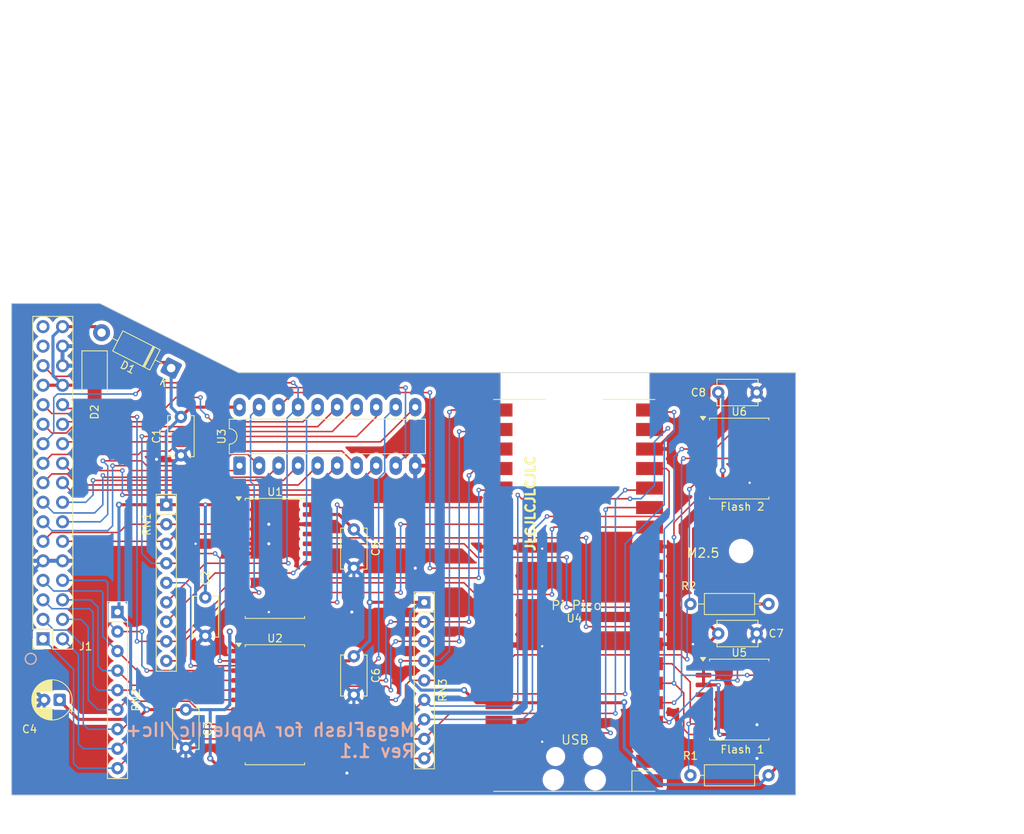
<source format=kicad_pcb>
(kicad_pcb (version 20241229) (generator "pcbnew") (generator_version "9.0")
  (layers (0 "F.Cu" signal) (2 "B.Cu" signal) (13 "F.Paste" user) (15 "B.Paste" user) (5 "F.SilkS" user "F.Silkscreen") (7 "B.SilkS" user "B.Silkscreen") (1 "F.Mask" user) (3 "B.Mask" user) (25 "Edge.Cuts" user))
  (net 0 "")
  (net 1 "GND")
  (net 3 "+5V")
  (net 4 "+3.3V")
  (net 5 "+5V_A")
  (net 7 "/D0#")
  (net 8 "/D6#")
  (net 9 "/A12#")
  (net 10 "/A7#")
  (net 11 "/A11#")
  (net 12 "/D3#")
  (net 13 "/A9#")
  (net 14 "/A5#")
  (net 16 "/A6#")
  (net 17 "/R{slash}~{W}#")
  (net 18 "/A10#")
  (net 19 "/D4#")
  (net 20 "/A0#")
  (net 21 "/~{RESET}#")
  (net 22 "/A13#")
  (net 23 "/A8#")
  (net 25 "/A14#")
  (net 26 "/D2#")
  (net 27 "/A1#")
  (net 28 "/A4#")
  (net 29 "/D1#")
  (net 30 "/PH0#")
  (net 31 "/D7#")
  (net 32 "/D5#")
  (net 33 "/A15#")
  (net 35 "/PH0")
  (net 36 "/~{BUF_OE}#")
  (net 37 "/~{DEVSEL}#")
  (net 38 "/D5")
  (net 39 "/~{RESET}")
  (net 40 "/BUF_DIR#")
  (net 42 "/D7")
  (net 43 "/R{slash}~{W}")
  (net 44 "/D3")
  (net 45 "/A0")
  (net 46 "/D1")
  (net 47 "/A1")
  (net 48 "/D4")
  (net 49 "/D0")
  (net 50 "/~{DEVSEL}")
  (net 51 "/D2")
  (net 52 "/D6")
  (net 53 "/PICOWR")
  (net 56 "/~{SPI0_CS1}")
  (net 57 "/~{SPI0_CS0}")
  (net 58 "/SPI0_RX")
  (net 59 "/SPI0_SCK")
  (net 60 "/SPI0_TX")
  (footprint "Resistor_THT:R_Array_SIP9" (layer "F.Cu") (at 81.28 90.17 -90)
    (property "Reference" "RN2")
    (property "Value" "100k")
  )
  (footprint "Resistor_THT:R_Array_SIP9" (layer "F.Cu") (at 121.19 88.9 -90)
    (property "Reference" "RN3")
    (property "Value" "100k")
  )
  (footprint "MCU_RaspberryPi_and_Boards:RPi_Pico_SMD_NO_LABEL_NO_DEBUG" (layer "F.Cu") (at 140.7 88 180)
    (property "Reference" "U4")
    (property "Value" "Pico")
  )
  (footprint "Capacitor_THT:C_Disc_D5.1mm_W3.2mm_P5.00mm" (layer "F.Cu") (at 92.71 88.265 -90)
    (property "Reference" "C2")
    (property "Value" "0.1u" (hide yes))
  )
  (footprint "Capacitor_THT:C_Disc_D5.1mm_W3.2mm_P5.00mm" (layer "F.Cu") (at 90.17 102.87 -90)
    (property "Reference" "C3")
    (property "Value" "0.1u" (hide yes))
  )
  (footprint "Package_SO:SOIC-24W_7.5x15.4mm_P1.27mm" (layer "F.Cu") (at 101.76 83.185)
    (property "Reference" "U1")
    (property "Value" "74LVC8T245")
  )
  (footprint "misc:PinHeader_2x17_P2.54mm_Vertical_Mirror" (layer "F.Cu") (at 71.6 93.66 180)
    (property "Reference" "J1")
    (property "Value" "EXPSLOT" (hide yes))
  )
  (footprint "Capacitor_THT:C_Disc_D5.1mm_W3.2mm_P5.00mm" (layer "F.Cu") (at 159.425 92.965)
    (property "Reference" "C7")
    (property "Value" "0.1u")
  )
  (footprint "Package_SO:SOIC-16W_7.5x10.3mm_P1.27mm" (layer "F.Cu") (at 162.16 101.555)
    (property "Reference" "U5")
    (property "Value" "W25Q01JVSF" (hide yes))
  )
  (footprint "Package_SO:SOIC-24W_7.5x15.4mm_P1.27mm" (layer "F.Cu") (at 101.76 102.235)
    (property "Reference" "U2")
    (property "Value" "74LVC8T245")
  )
  (footprint "Resistor_THT:R_Array_SIP9" (layer "F.Cu") (at 87.63 76.2 -90)
    (property "Reference" "RN1")
    (property "Value" "100k" (hide yes))
  )
  (footprint "Package_DIP:DIP-20_W7.62mm_LongPads" (layer "F.Cu") (at 97.155 71.12 90)
    (property "Reference" "U3")
    (property "Value" "GAL16V8")
  )
  (footprint "Package_SO:SOIC-16W_7.5x10.3mm_P1.27mm" (layer "F.Cu") (at 162.16 70.19)
    (property "Reference" "U6")
    (property "Value" "W25Q01JVSF" (hide yes))
  )
  (footprint "Capacitor_THT:C_Disc_D5.1mm_W3.2mm_P5.00mm" (layer "F.Cu") (at 159.425 61.595)
    (property "Reference" "C8")
    (property "Value" "0.1u" (hide yes))
  )
  (footprint "Resistor_THT:R_Axial_DIN0207_L6.3mm_D2.5mm_P10.16mm_Horizontal" (layer "F.Cu") (at 165.97 89.12 180)
    (property "Reference" "R2")
    (property "Value" "100k")
  )
  (footprint "Diode_THT:D_DO-41_SOD81_P10.16mm_Horizontal" (layer "F.Cu") (at 88.265 58.42 153)
    (property "Reference" "D1")
    (property "Value" "1N5817" (hide yes))
  )
  (footprint "Diode_SMD:D_SMA" (layer "F.Cu") (at 78.305 59.685 -90)
    (property "Reference" "D2")
    (property "Value" "SS12" (hide yes))
  )
  (footprint "Capacitor_THT:C_Disc_D5.1mm_W3.2mm_P5.00mm" (layer "F.Cu") (at 112.03 95.925 -90)
    (property "Reference" "C6")
    (property "Value" "0.1u" (hide yes))
  )
  (footprint "Capacitor_THT:C_Disc_D5.1mm_W3.2mm_P5.00mm" (layer "F.Cu") (at 112.03 79.415 -90)
    (property "Reference" "C5")
    (property "Value" "0.1u" (hide yes))
  )
  (footprint "Capacitor_THT:CP_Radial_D5.0mm_P2.00mm" (layer "F.Cu") (at 73.755 101.6 180)
    (property "Reference" "C4")
    (property "Value" "10uF" (hide yes))
  )
  (footprint "MountingHole:MountingHole_2.7mm_M2.5" (layer "F.Cu") (at 162.4 82.2325)
    (property "Reference" "H1" (hide yes))
    (property "Value" "MountingHole" (hide yes))
  )
  (footprint "Resistor_THT:R_Axial_DIN0207_L6.3mm_D2.5mm_P10.16mm_Horizontal" (layer "F.Cu") (at 165.97 111.415 180)
    (property "Reference" "R1")
    (property "Value" "100k")
  )
  (footprint "Capacitor_THT:C_Disc_D5.1mm_W3.2mm_P5.00mm" (layer "F.Cu") (at 89.535 64.77 -90)
    (property "Reference" "C1")
    (property "Value" "0.1u")
  )
  (gr_line (start 152.4 99.06) (end 152.4 79.375) (stroke (width 0.2)) (layer "B.Cu") (net 59))
  (gr_circle (center 70 96.25) (end 70.5 96.75) (stroke (width 0.15)) (fill no) (layer "F.SilkS"))
  (gr_circle (center 70 96.25) (end 70.707107 96.25) (stroke (width 0.15)) (fill no) (layer "B.SilkS"))
  (gr_line (start 67.5 114) (end 169.5 114) (stroke (width 0.1)) (layer "Edge.Cuts"))
  (gr_line (start 97 59) (end 79 50) (stroke (width 0.1)) (layer "Edge.Cuts"))
  (gr_line (start 67.5 50) (end 79 50) (stroke (width 0.1)) (layer "Edge.Cuts"))
  (gr_line (start 169.5 59) (end 97 59) (stroke (width 0.1)) (layer "Edge.Cuts"))
  (gr_line (start 67.5 50) (end 67.5 114) (stroke (width 0.1)) (layer "Edge.Cuts"))
  (gr_line (start 169.5 114) (end 169.5 59) (stroke (width 0.1)) (layer "Edge.Cuts"))
  (gr_text "Flash 1" (at 159.62 108.64 0) (layer "F.SilkS") (effects (font (size 1 1)) (justify left bottom)))
  (gr_text "Flash 2" (at 159.62 77.035 0) (layer "F.SilkS") (effects (font (size 1 1)) (justify left bottom)))
  (gr_text "USB" (at 138.9 107.5 0) (layer "F.SilkS") (effects (font (size 1.2 1.2)) (justify left bottom)))
  (gr_text "JLCJLCJLCJLC" (at 135.7 82.4 90) (layer "F.SilkS") (effects (font (size 1.2 1.2) (thickness 0.3) (bold yes)) (justify left bottom)))
  (gr_text "Pi Pico" (at 137.6 90 0) (layer "F.SilkS") (effects (font (size 1.2 1.2)) (justify left bottom)))
  (gr_text "M2.5" (at 155.24 83.185 0) (layer "F.SilkS") (effects (font (size 1.2 1.2) (thickness 0.1625)) (justify left bottom)))
  (gr_text "MegaFlash for Apple IIc/IIc+\nRev 1.1" (at 120.15 109.255 0) (layer "B.SilkS") (effects (font (size 1.7 1.7) (thickness 0.3) (bold yes)) (justify left bottom mirror)))
  (segment (start 109.22 109.22) (end 111.125 111.125) (width 0.4) (layer "F.Cu") (net 1))
  (segment (start 97.11 90.17) (end 100.965 90.17) (width 0.4) (layer "F.Cu") (net 1))
  (segment (start 158.225 60.85) (end 158.68 60.395) (width 0.4) (layer "F.Cu") (net 1))
  (segment (start 136.525 94.615) (end 132.375 94.615) (width 0.4) (layer "F.Cu") (net 1))
  (segment (start 88.82 70.485) (end 86.555 70.485) (width 0.4) (layer "F.Cu") (net 1))
  (segment (start 163.225 60.395) (end 164.425 61.595) (width 0.4) (layer "F.Cu") (net 1))
  (segment (start 151.35 68.95) (end 158.225 62.075) (width 0.4) (layer "F.Cu") (net 1))
  (segment (start 95.805 90.17) (end 92.71 93.265) (width 0.4) (layer "F.Cu") (net 1))
  (segment (start 123.825 111.125) (end 127.9 107.05) (width 0.4) (layer "F.Cu") (net 1))
  (segment (start 132.375 81.915) (end 132.11 81.65) (width 0.4) (layer "F.Cu") (net 1))
  (segment (start 120.015 71.12) (end 126.365 71.12) (width 0.4) (layer "F.Cu") (net 1))
  (segment (start 136.525 81.915) (end 149.625 81.915) (width 0.4) (layer "F.Cu") (net 1))
  (segment (start 156.152504 94.35) (end 156.152505 94.349999) (width 0.4) (layer "F.Cu") (net 1))
  (segment (start 166.81 104.83) (end 164.465 104.83) (width 0.4) (layer "F.Cu") (net 1))
  (segment (start 127.9 107.05) (end 136.525 107.05) (width 0.4) (layer "F.Cu") (net 1))
  (segment (start 158.68 60.395) (end 163.225 60.395) (width 0.4) (layer "F.Cu") (net 1))
  (segment (start 149.89 107.05) (end 136.525 107.05) (width 0.4) (layer "F.Cu") (net 1))
  (segment (start 100.965 90.17) (end 106.41 90.17) (width 0.4) (layer "F.Cu") (net 1))
  (segment (start 149.625 81.915) (end 149.89 81.65) (width 0.4) (layer "F.Cu") (net 1))
  (segment (start 149.59 68.95) (end 151.35 68.95) (width 0.4) (layer "F.Cu") (net 1))
  (segment (start 132.375 94.615) (end 132.11 94.35) (width 0.4) (layer "F.Cu") (net 1))
  (segment (start 92.71 93.345) (end 93.345 93.345) (width 0.4) (layer "F.Cu") (net 1))
  (segment (start 97.11 81.28) (end 97.11 82.55) (width 0.4) (layer "F.Cu") (net 1))
  (segment (start 154.94 109.22) (end 152.77 107.05) (width 0.4) (layer "F.Cu") (net 1))
  (segment (start 74.14 55.56) (end 74.14 58.1) (width 0.4) (layer "F.Cu") (net 1))
  (segment (start 120.015 84.455) (end 119.975 84.415) (width 0.4) (layer "F.Cu") (net 1))
  (segment (start 149.625 94.615) (end 149.89 94.35) (width 0.4) (layer "F.Cu") (net 1))
  (segment (start 86.555 70.485) (end 86.36 70.29) (width 0.4) (layer "F.Cu") (net 1))
  (segment (start 136.525 81.915) (end 132.375 81.915) (width 0.4) (layer "F.Cu") (net 1))
  (segment (start 158.225 62.075) (end 158.225 60.85) (width 0.4) (layer "F.Cu") (net 1))
  (segment (start 111.125 111.125) (end 123.825 111.125) (width 0.4) (layer "F.Cu") (net 1))
  (segment (start 97.11 88.9) (end 97.11 90.17) (width 0.4) (layer "F.Cu") (net 1))
  (segment (start 166.81 73.365) (end 163.535 73.365) (width 0.4) (layer "F.Cu") (net 1))
  (segment (start 163.535 73.365) (end 163.5125 73.3425) (width 0.4) (layer "F.Cu") (net 1))
  (segment (start 152.77 107.05) (end 149.59 107.05) (width 0.4) (layer "F.Cu") (net 1))
  (segment (start 97.11 109.22) (end 106.41 109.22) (width 0.4) (layer "F.Cu") (net 1))
  (segment (start 149.59 68.95) (end 149.697943 69.057943) (width 0.4) (layer "F.Cu") (net 1))
  (segment (start 97.11 90.17) (end 95.805 90.17) (width 0.4) (layer "F.Cu") (net 1))
  (segment (start 128.535 68.95) (end 131.81 68.95) (width 0.4) (layer "F.Cu") (net 1))
  (segment (start 97.03 107.87) (end 97.11 107.95) (width 0.4) (layer "F.Cu") (net 1))
  (segment (start 90.17 107.87) (end 97.03 107.87) (width 0.4) (layer "F.Cu") (net 1))
  (segment (start 126.365 71.12) (end 128.535 68.95) (width 0.4) (layer "F.Cu") (net 1))
  (segment (start 74.14 83.5) (end 71.6 83.5) (width 0.4) (layer "F.Cu") (net 1))
  (segment (start 100.965 78.74) (end 106.41 78.74) (width 0.4) (layer "F.Cu") (net 1))
  (segment (start 89.535 69.77) (end 88.82 70.485) (width 0.4) (layer "F.Cu") (net 1))
  (segment (start 149.59 94.35) (end 156.152504 94.35) (width 0.4) (layer "F.Cu") (net 1))
  (segment (start 100.965 81.28) (end 97.11 81.28) (width 0.4) (layer "F.Cu") (net 1))
  (segment (start 164.465 109.22) (end 154.94 109.22) (width 0.4) (layer "F.Cu") (net 1))
  (segment (start 136.525 94.615) (end 149.625 94.615) (width 0.4) (layer "F.Cu") (net 1))
  (segment (start 97.11 107.95) (end 97.11 109.22) (width 0.4) (layer "F.Cu") (net 1))
  (segment (start 106.41 90.17) (end 111.76 90.17) (width 0.4) (layer "F.Cu") (net 1))
  (segment (start 106.41 109.22) (end 109.22 109.22) (width 0.4) (layer "F.Cu") (net 1))
  (segment (start 97.11 81.28) (end 91.44 81.28) (width 0.4) (layer "F.Cu") (net 1))
  (segment (start 119.975 84.415) (end 112.03 84.415) (width 0.4) (layer "F.Cu") (net 1))
  (via (at 120.015 84.455) (size 0.8) (drill 0.4) (layers "F.Cu" "B.Cu") (net 1))
  (via (at 164.465 109.22) (size 0.8) (drill 0.4) (layers "F.Cu" "B.Cu") (net 1))
  (via (at 136.525 81.915) (size 0.6) (drill 0.3) (layers "F.Cu" "B.Cu") (net 1))
  (via (at 91.44 81.28) (size 0.6) (drill 0.3) (layers "F.Cu" "B.Cu") (net 1))
  (via (at 86.36 70.29) (size 0.8) (drill 0.4) (layers "F.Cu" "B.Cu") (net 1))
  (via (at 100.965 81.28) (size 0.8) (drill 0.4) (layers "F.Cu" "B.Cu") (net 1))
  (via (at 156.152505 94.349999) (size 0.6) (drill 0.3) (layers "F.Cu" "B.Cu") (net 1))
  (via (at 163.5125 73.3425) (size 0.6) (drill 0.3) (layers "F.Cu" "B.Cu") (net 1))
  (via (at 111.76 90.17) (size 0.8) (drill 0.4) (layers "F.Cu" "B.Cu") (net 1))
  (via (at 136.525 107.05) (size 0.6) (drill 0.3) (layers "F.Cu" "B.Cu") (net 1))
  (via (at 164.465 104.83) (size 0.8) (drill 0.4) (layers "F.Cu" "B.Cu") (net 1))
  (via (at 136.525 94.615) (size 0.6) (drill 0.3) (layers "F.Cu" "B.Cu") (net 1))
  (via (at 100.965 78.74) (size 0.8) (drill 0.4) (layers "F.Cu" "B.Cu") (net 1))
  (via (at 111.125 111.125) (size 0.8) (drill 0.4) (layers "F.Cu" "B.Cu") (net 1))
  (via (at 100.965 90.17) (size 0.6) (drill 0.3) (layers "F.Cu" "B.Cu") (net 1))
  (segment (start 136.525 94.615) (end 136.525 107.05) (width 0.4) (layer "B.Cu") (net 1))
  (segment (start 82.865 58.1) (end 86.36 61.595) (width 0.4) (layer "B.Cu") (net 1))
  (segment (start 90.17 111.125) (end 88.9 112.395) (width 0.4) (layer "B.Cu") (net 1))
  (segment (start 163.5125 73.361439) (end 161.283561 73.361439) (width 0.4) (layer "B.Cu") (net 1))
  (segment (start 136.525 94.615) (end 136.525 81.915) (width 0.4) (layer "B.Cu") (net 1))
  (segment (start 120.015 71.12) (end 120.015 84.455) (width 0.4) (layer "B.Cu") (net 1))
  (segment (start 164.465 104.83) (end 164.465 109.22) (width 0.4) (layer "B.Cu") (net 1))
  (segment (start 71.755 101.6) (end 71.755 111.125) (width 0.4) (layer "B.Cu") (net 1))
  (segment (start 163.5125 73.3425) (end 163.5125 73.361439) (width 0.4) (layer "B.Cu") (net 1))
  (segment (start 112.03 100.925) (end 109.855 98.75) (width 0.4) (layer "B.Cu") (net 1))
  (segment (start 157.01 77.635) (end 157.01 93.492504) (width 0.4) (layer "B.Cu") (net 1))
  (segment (start 70.485 101.6) (end 69.85 100.965) (width 0.4) (layer "B.Cu") (net 1))
  (segment (start 109.855 92.075) (end 111.76 90.17) (width 0.4) (layer "B.Cu") (net 1))
  (segment (start 69.85 85.25) (end 71.6 83.5) (width 0.4) (layer "B.Cu") (net 1))
  (segment (start 74.14 58.1) (end 82.865 58.1) (width 0.4) (layer "B.Cu") (net 1))
  (segment (start 112.03 84.415) (end 112.03 89.9) (width 0.4) (layer "B.Cu") (net 1))
  (segment (start 164.465 104.83) (end 164.425 104.79) (width 0.4) (layer "B.Cu") (net 1))
  (segment (start 90.09 69.77) (end 89.535 69.77) (width 0.4) (layer "B.Cu") (net 1))
  (segment (start 112.03 89.9) (end 111.76 90.17) (width 0.4) (layer "B.Cu") (net 1))
  (segment (start 71.755 101.6) (end 70.485 101.6) (width 0.4) (layer "B.Cu") (net 1))
  (segment (start 163.5125 62.5075) (end 164.425 61.595) (width 0.4) (layer "B.Cu") (net 1))
  (segment (start 163.5125 73.3425) (end 163.5125 62.5075) (width 0.4) (layer "B.Cu") (net 1))
  (segment (start 157.01 93.492504) (end 156.152505 94.349999) (width 0.4) (layer "B.Cu") (net 1))
  (segment (start 69.85 100.965) (end 69.85 85.25) (width 0.4) (layer "B.Cu") (net 1))
  (segment (start 91.44 92.075) (end 91.44 81.28) (width 0.4) (layer "B.Cu") (net 1))
  (segment (start 112.03 100.925) (end 112.03 110.22) (width 0.4) (layer "B.Cu") (net 1))
  (segment (start 73.025 112.395) (end 71.755 111.125) (width 0.4) (layer "B.Cu") (net 1))
  (segment (start 161.283561 73.361439) (end 157.01 77.635) (width 0.4) (layer "B.Cu") (net 1))
  (segment (start 90.17 107.87) (end 90.17 111.125) (width 0.4) (layer "B.Cu") (net 1))
  (segment (start 92.71 93.265) (end 91.52 92.075) (width 0.4) (layer "B.Cu") (net 1))
  (segment (start 88.9 112.395) (end 73.025 112.395) (width 0.4) (layer "B.Cu") (net 1))
  (segment (start 86.36 61.595) (end 86.36 70.29) (width 0.4) (layer "B.Cu") (net 1))
  (segment (start 100.965 90.17) (end 100.965 78.74) (width 0.4) (layer "B.Cu") (net 1))
  (segment (start 91.52 92.075) (end 91.44 92.075) (width 0.4) (layer "B.Cu") (net 1))
  (segment (start 91.44 71.12) (end 90.09 69.77) (width 0.4) (layer "B.Cu") (net 1))
  (segment (start 112.03 110.22) (end 111.125 111.125) (width 0.4) (layer "B.Cu") (net 1))
  (segment (start 164.425 104.79) (end 164.425 92.965) (width 0.4) (layer "B.Cu") (net 1))
  (segment (start 91.44 81.28) (end 91.44 71.12) (width 0.4) (layer "B.Cu") (net 1))
  (segment (start 109.855 98.75) (end 109.855 92.075) (width 0.4) (layer "B.Cu") (net 1))
  (segment (start 76.2 104.14) (end 83.82 104.14) (width 0.4) (layer "F.Cu") (net 3))
  (segment (start 87.63 76.2) (end 81.475 76.2) (width 0.4) (layer "F.Cu") (net 3))
  (segment (start 92.71 76.2) (end 97.11 76.2) (width 0.4) (layer "F.Cu") (net 3))
  (segment (start 87.53 57.685) (end 88.265 58.42) (width 0.4) (layer "F.Cu") (net 3))
  (segment (start 125.73 112.395) (end 96.52 112.395) (width 0.4) (layer "F.Cu") (net 3))
  (segment (start 95.885 94.025) (end 95.885 92.71) (width 0.4) (layer "F.Cu") (net 3))
  (segment (start 97.11 95.25) (end 95.885 94.025) (width 0.4) (layer "F.Cu") (net 3))
  (segment (start 83.82 104.14) (end 85.09 102.87) (width 0.4) (layer "F.Cu") (net 3))
  (segment (start 78.305 57.685) (end 87.53 57.685) (width 0.4) (layer "F.Cu") (net 3))
  (segment (start 73.755 101.6) (end 73.755 101.695) (width 0.4) (layer "F.Cu") (net 3))
  (segment (start 132.11 109.59) (end 128.535 109.59) (width 0.4) (layer "F.Cu") (net 3))
  (segment (start 73.755 101.695) (end 76.2 104.14) (width 0.4) (layer "F.Cu") (net 3))
  (segment (start 128.535 109.59) (end 125.73 112.395) (width 0.4) (layer "F.Cu") (net 3))
  (segment (start 97.11 76.2) (end 97.11 76.835) (width 0.4) (layer "F.Cu") (net 3))
  (segment (start 90.17 102.87) (end 85.09 102.87) (width 0.4) (layer "F.Cu") (net 3))
  (segment (start 96.52 112.395) (end 93.345 109.22) (width 0.4) (layer "F.Cu") (net 3))
  (segment (start 97.155 63.5) (end 90.805 63.5) (width 0.4) (layer "F.Cu") (net 3))
  (segment (start 90.805 63.5) (end 89.535 64.77) (width 0.4) (layer "F.Cu") (net 3))
  (segment (start 97.11 76.835) (end 97.11 77.47) (width 0.4) (layer "F.Cu") (net 3))
  (segment (start 87.63 76.2) (end 92.71 76.2) (width 0.4) (layer "F.Cu") (net 3))
  (via (at 81.475 76.2) (size 0.8) (drill 0.4) (layers "F.Cu" "B.Cu") (net 3))
  (via (at 92.71 76.2) (size 0.6) (drill 0.3) (layers "F.Cu" "B.Cu") (net 3))
  (via (at 93.345 109.22) (size 0.8) (drill 0.4) (layers "F.Cu" "B.Cu") (net 3))
  (via (at 85.09 102.87) (size 0.8) (drill 0.4) (layers "F.Cu" "B.Cu") (net 3))
  (via (at 95.885 92.71) (size 0.8) (drill 0.4) (layers "F.Cu" "B.Cu") (net 3))
  (segment (start 87.63 66.675) (end 87.63 76.2) (width 0.4) (layer "B.Cu") (net 3))
  (segment (start 88.265 63.5) (end 89.535 64.77) (width 0.4) (layer "B.Cu") (net 3))
  (segment (start 81.28 90.17) (end 82.99 91.88) (width 0.4) (layer "B.Cu") (net 3))
  (segment (start 93.345 102.87) (end 90.17 102.87) (width 0.4) (layer "B.Cu") (net 3))
  (segment (start 92.71 88.265) (end 92.71 76.2) (width 0.4) (layer "B.Cu") (net 3))
  (segment (start 93.345 102.87) (end 95.25 102.87) (width 0.4) (layer "B.Cu") (net 3))
  (segment (start 82.99 100.77) (end 85.09 102.87) (width 0.4) (layer "B.Cu") (net 3))
  (segment (start 93.345 102.87) (end 93.345 109.22) (width 0.4) (layer "B.Cu") (net 3))
  (segment (start 89.535 64.77) (end 87.63 66.675) (width 0.4) (layer "B.Cu") (net 3))
  (segment (start 81.28 90.17) (end 81.475 89.975) (width 0.4) (layer "B.Cu") (net 3))
  (segment (start 95.25 102.87) (end 95.885 102.235) (width 0.4) (layer "B.Cu") (net 3))
  (segment (start 88.265 58.42) (end 88.265 63.5) (width 0.4) (layer "B.Cu") (net 3))
  (segment (start 82.99 91.88) (end 82.99 100.77) (width 0.4) (layer "B.Cu") (net 3))
  (segment (start 81.475 89.975) (end 81.475 76.2) (width 0.4) (layer "B.Cu") (net 3))
  (segment (start 95.885 102.235) (end 95.885 92.71) (width 0.4) (layer "B.Cu") (net 3))
  (segment (start 166.81 106.1) (end 159.79 106.1) (width 0.4) (layer "F.Cu") (net 4))
  (segment (start 165.955908 89.105908) (end 165.97 89.12) (width 0.4) (layer "F.Cu") (net 4))
  (segment (start 159.425 92.965) (end 158.58 93.81) (width 0.4) (layer "F.Cu") (net 4))
  (segment (start 157.48 95.25) (end 157.48 97.34) (width 0.4) (layer "F.Cu") (net 4))
  (segment (start 165.97 89.12) (end 157.01151 89.12) (width 0.4) (layer "F.Cu") (net 4))
  (segment (start 106.41 96.52) (end 111.435 96.52) (width 0.4) (layer "F.Cu") (net 4))
  (segment (start 166.81 74.635) (end 160.052545 74.635) (width 0.4) (layer "F.Cu") (net 4))
  (segment (start 157.48 94.91) (end 157.48 95.25) (width 0.4) (layer "F.Cu") (net 4))
  (segment (start 106.41 77.47) (end 110.085 77.47) (width 0.4) (layer "F.Cu") (net 4))
  (segment (start 160.02 74.602455) (end 160.02 75.565) (width 0.4) (layer "F.Cu") (net 4))
  (segment (start 110.085 77.47) (end 112.03 79.415) (width 0.4) (layer "F.Cu") (net 4))
  (segment (start 157.51 65.375) (end 159.425 63.46) (width 0.4) (layer "F.Cu") (net 4))
  (segment (start 157.51 98.48) (end 157.51 99.75) (width 0.4) (layer "F.Cu") (net 4))
  (segment (start 121.19 88.9) (end 114.105 88.9) (width 0.4) (layer "F.Cu") (net 4))
  (segment (start 156.21 86.87638) (end 157.01 87.67638) (width 0.4) (layer "F.Cu") (net 4))
  (segment (start 106.41 95.25) (end 107.315 95.25) (width 0.4) (layer "F.Cu") (net 4))
  (segment (start 128.005001 101.970001) (end 147.134364 101.970001) (width 0.4) (layer "F.Cu") (net 4))
  (segment (start 159.425 63.46) (end 159.425 61.595) (width 0.4) (layer "F.Cu") (net 4))
  (segment (start 158.58 93.81) (end 157.48 94.91) (width 0.4) (layer "F.Cu") (net 4))
  (segment (start 157.01151 89.12) (end 157.01 89.12151) (width 0.4) (layer "F.Cu") (net 4))
  (segment (start 166.81 110.575) (end 166.81 106.1) (width 0.4) (layer "F.Cu") (net 4))
  (segment (start 157.51 99.65) (end 159.415 99.65) (width 0.4) (layer "F.Cu") (net 4))
  (segment (start 157.48 97.34) (end 157.51 97.37) (width 0.4) (layer "F.Cu") (net 4))
  (segment (start 157.51 67.015) (end 157.51 68.285) (width 0.4) (layer "F.Cu") (net 4))
  (segment (start 106.41 76.2) (end 106.41 77.47) (width 0.4) (layer "F.Cu") (net 4))
  (segment (start 160.052545 74.635) (end 160.02 74.602455) (width 0.4) (layer "F.Cu") (net 4))
  (segment (start 160.02 75.565) (end 156.21 79.375) (width 0.4) (layer "F.Cu") (net 4))
  (segment (start 165.97 110.81) (end 165.97 110.915) (width 0.4) (layer "F.Cu") (net 4))
  (segment (start 160.02 71.755) (end 160.02 74.602455) (width 0.4) (layer "F.Cu") (net 4))
  (segment (start 106.41 95.25) (end 106.41 96.52) (width 0.4) (layer "F.Cu") (net 4))
  (segment (start 111.435 96.52) (end 112.03 95.925) (width 0.4) (layer "F.Cu") (net 4))
  (segment (start 157.01 89.12151) (end 157.01 90.55) (width 0.4) (layer "F.Cu") (net 4))
  (segment (start 147.134364 101.970001) (end 147.189024 101.915341) (width 0.4) (layer "F.Cu") (net 4))
  (segment (start 157.51 97.37) (end 157.51 98.61) (width 0.4) (layer "F.Cu") (net 4))
  (segment (start 159.415 99.65) (end 159.46 99.695) (width 0.4) (layer "F.Cu") (net 4))
  (segment (start 159.79 106.1) (end 159.66 106.23) (width 0.4) (layer "F.Cu") (net 4))
  (segment (start 157.01 87.67638) (end 157.01 89.12151) (width 0.4) (layer "F.Cu") (net 4))
  (segment (start 126.365 100.33) (end 128.005001 101.970001) (width 0.4) (layer "F.Cu") (net 4))
  (segment (start 165.97 111.415) (end 166.81 110.575) (width 0.4) (layer "F.Cu") (net 4))
  (segment (start 156.21 79.375) (end 156.21 86.87638) (width 0.4) (layer "F.Cu") (net 4))
  (segment (start 157.51 65.745) (end 157.51 67.015) (width 0.4) (layer "F.Cu") (net 4))
  (segment (start 157.01 90.55) (end 159.425 92.965) (width 0.4) (layer "F.Cu") (net 4))
  (segment (start 157.51 65.745) (end 157.51 65.375) (width 0.4) (layer "F.Cu") (net 4))
  (via (at 159.66 106.13) (size 0.6) (drill 0.3) (layers "F.Cu" "B.Cu") (net 4))
  (via (at 160.02 71.755) (size 0.8) (drill 0.4) (layers "F.Cu" "B.Cu") (net 4))
  (via (at 147.189024 101.915341) (size 0.8) (drill 0.4) (layers "F.Cu" "B.Cu") (net 4))
  (via (at 159.46 99.695) (size 0.6) (drill 0.3) (layers "F.Cu" "B.Cu") (net 4))
  (via (at 126.365 100.33) (size 0.8) (drill 0.4) (layers "F.Cu" "B.Cu") (net 4))
  (via (at 114.105 88.9) (size 0.8) (drill 0.4) (layers "F.Cu" "B.Cu") (net 4))
  (segment (start 164.77 112.615) (end 151.985 112.615) (width 0.4) (layer "B.Cu") (net 4))
  (segment (start 121.19 88.9) (end 120.65 88.9) (width 0.4) (layer "B.Cu") (net 4))
  (segment (start 151.985 112.615) (end 147.189024 107.819024) (width 0.4) (layer "B.Cu") (net 4))
  (segment (start 112.03 79.415) (end 114.105 81.49) (width 0.4) (layer "B.Cu") (net 4))
  (segment (start 159.46 106.03) (end 159.46 99.96) (width 0.4) (layer "B.Cu") (net 4))
  (segment (start 165.97 111.415) (end 164.77 112.615) (width 0.4) (layer "B.Cu") (net 4))
  (segment (start 147.189024 107.819024) (end 147.189024 101.915341) (width 0.4) (layer "B.Cu") (net 4))
  (segment (start 114.105 93.85) (end 114.105 88.9) (width 0.4) (layer "B.Cu") (net 4))
  (segment (start 160.02 62.19) (end 159.425 61.595) (width 0.4) (layer "B.Cu") (net 4))
  (segment (start 114.105 81.49) (end 114.105 88.9) (width 0.4) (layer "B.Cu") (net 4))
  (segment (start 159.66 106.23) (end 159.46 106.03) (width 0.4) (layer "B.Cu") (net 4))
  (segment (start 119.38 90.17) (end 119.38 98.947057) (width 0.4) (layer "B.Cu") (net 4))
  (segment (start 120.762943 100.33) (end 126.365 100.33) (width 0.4) (layer "B.Cu") (net 4))
  (segment (start 160.02 71.755) (end 160.02 62.19) (width 0.4) (layer "B.Cu") (net 4))
  (segment (start 119.38 98.947057) (end 120.762943 100.33) (width 0.4) (layer "B.Cu") (net 4))
  (segment (start 120.65 88.9) (end 119.38 90.17) (width 0.4) (layer "B.Cu") (net 4))
  (segment (start 112.03 95.925) (end 114.105 93.85) (width 0.4) (layer "B.Cu") (net 4))
  (segment (start 77.26 60.64) (end 78.305 61.685) (width 0.4) (layer "F.Cu") (net 5))
  (segment (start 74.14 53.02) (end 78.424918 53.02) (width 0.4) (layer "F.Cu") (net 5))
  (segment (start 74.14 60.64) (end 77.26 60.64) (width 0.4) (layer "F.Cu") (net 5))
  (segment (start 78.424918 53.02) (end 79.212374 53.807456) (width 0.4) (layer "F.Cu") (net 5))
  (segment (start 71.6 60.64) (end 74.14 60.64) (width 0.4) (layer "F.Cu") (net 5))
  (segment (start 74.14 53.02) (end 72.89 54.27) (width 0.4) (layer "B.Cu") (net 5))
  (segment (start 72.89 59.39) (end 74.14 60.64) (width 0.4) (layer "B.Cu") (net 5))
  (segment (start 72.89 54.27) (end 72.89 59.39) (width 0.4) (layer "B.Cu") (net 5))
  (segment (start 81.28 110.49) (end 85.09 106.68) (width 0.2) (layer "F.Cu") (net 7))
  (segment (start 85.09 106.68) (end 97.11 106.68) (width 0.2) (layer "F.Cu") (net 7))
  (segment (start 81.28 110.49) (end 76.2 110.49) (width 0.2) (layer "B.Cu") (net 7))
  (segment (start 71.6 93.66) (end 75.565 97.625) (width 0.2) (layer "B.Cu") (net 7))
  (segment (start 75.565 109.855034) (end 76.199983 110.490017) (width 0.2) (layer "B.Cu") (net 7))
  (segment (start 75.565 97.625) (end 75.565 109.855034) (width 0.2) (layer "B.Cu") (net 7))
  (segment (start 76.2 110.49) (end 76.199983 110.490017) (width 0.2) (layer "B.Cu") (net 7))
  (segment (start 85.09 99.06) (end 81.28 95.25) (width 0.2) (layer "F.Cu") (net 8))
  (segment (start 97.11 99.06) (end 85.09 99.06) (width 0.2) (layer "F.Cu") (net 8))
  (segment (start 71.6 86.04) (end 72.99 87.43) (width 0.2) (layer "B.Cu") (net 8))
  (segment (start 81.28 95.25) (end 79.375 93.345) (width 0.2) (layer "B.Cu") (net 8))
  (segment (start 72.99 87.43) (end 79.175 87.43) (width 0.2) (layer "B.Cu") (net 8))
  (segment (start 79.375 87.63) (end 79.375 93.345) (width 0.2) (layer "B.Cu") (net 8))
  (segment (start 79.175 87.43) (end 79.375 87.63) (width 0.2) (layer "B.Cu") (net 8))
  (segment (start 118.745 60.96) (end 84.455 60.96) (width 0.2) (layer "F.Cu") (net 9))
  (segment (start 84.455 60.96) (end 83.624999 61.790001) (width 0.2) (layer "F.Cu") (net 9))
  (via (at 118.745 60.96) (size 0.6) (drill 0.3) (layers "F.Cu" "B.Cu") (net 9))
  (via (at 83.624999 61.790001) (size 0.6) (drill 0.3) (layers "F.Cu" "B.Cu") (net 9))
  (segment (start 117.475 71.12) (end 118.745 69.85) (width 0.2) (layer "B.Cu") (net 9))
  (segment (start 72.99 66.87) (end 72.99 62.265) (width 0.2) (layer "B.Cu") (net 9))
  (segment (start 71.6 68.26) (end 72.99 66.87) (width 0.2) (layer "B.Cu") (net 9))
  (segment (start 73.464995 61.790005) (end 83.624995 61.790005) (width 0.2) (layer "B.Cu") (net 9))
  (segment (start 118.745 69.85) (end 118.745 60.96) (width 0.2) (layer "B.Cu") (net 9))
  (segment (start 72.99 62.265) (end 73.464995 61.790005) (width 0.2) (layer "B.Cu") (net 9))
  (segment (start 104.775 71.12) (end 102.87 73.025) (width 0.2) (layer "F.Cu") (net 10))
  (segment (start 102.87 73.025) (end 78.105 73.025) (width 0.2) (layer "F.Cu") (net 10))
  (via (at 78.105 73.025) (size 0.6) (drill 0.3) (layers "F.Cu" "B.Cu") (net 10))
  (segment (start 78.105 73.025) (end 78.105 74.93) (width 0.2) (layer "B.Cu") (net 10))
  (segment (start 77.155 75.88) (end 74.14 75.88) (width 0.2) (layer "B.Cu") (net 10))
  (segment (start 78.105 74.93) (end 77.155 75.88) (width 0.2) (layer "B.Cu") (net 10))
  (segment (start 75.095 71.755) (end 74.14 70.8) (width 0.2) (layer "F.Cu") (net 11))
  (segment (start 111.125 74.93) (end 81.915 74.93) (width 0.2) (layer "F.Cu") (net 11))
  (segment (start 114.935 71.12) (end 111.125 74.93) (width 0.2) (layer "F.Cu") (net 11))
  (segment (start 81.915 71.755) (end 75.095 71.755) (width 0.2) (layer "F.Cu") (net 11))
  (via (at 81.915 71.755) (size 0.6) (drill 0.3) (layers "F.Cu" "B.Cu") (net 11))
  (via (at 81.915 74.93) (size 0.6) (drill 0.3) (layers "F.Cu" "B.Cu") (net 11))
  (segment (start 81.915 74.93) (end 81.915 71.755) (width 0.2) (layer "B.Cu") (net 11))
  (segment (start 90.625635 101.77) (end 82.38 101.77) (width 0.2) (layer "F.Cu") (net 12))
  (segment (start 97.11 102.87) (end 91.725635 102.87) (width 0.2) (layer "F.Cu") (net 12))
  (segment (start 91.725635 102.87) (end 90.625635 101.77) (width 0.2) (layer "F.Cu") (net 12))
  (segment (start 82.38 101.77) (end 81.28 102.87) (width 0.2) (layer "F.Cu") (net 12))
  (segment (start 77.47 92.075) (end 77.47 101.6) (width 0.2) (layer "B.Cu") (net 12))
  (segment (start 78.74 102.87) (end 81.28 102.87) (width 0.2) (layer "B.Cu") (net 12))
  (segment (start 76.515 91.12) (end 77.47 92.075) (width 0.2) (layer "B.Cu") (net 12))
  (segment (start 77.47 101.6) (end 78.74 102.87) (width 0.2) (layer "B.Cu") (net 12))
  (segment (start 74.14 91.12) (end 76.515 91.12) (width 0.2) (layer "B.Cu") (net 12))
  (segment (start 109.855 71.12) (end 106.68 74.295) (width 0.2) (layer "F.Cu") (net 13))
  (segment (start 75.095 74.295) (end 74.14 73.34) (width 0.2) (layer "F.Cu") (net 13))
  (segment (start 106.68 74.295) (end 75.095 74.295) (width 0.2) (layer "F.Cu") (net 13))
  (segment (start 94.615 71.12) (end 85.09 71.12) (width 0.2) (layer "F.Cu") (net 14))
  (segment (start 85.09 71.12) (end 84.455 70.485) (width 0.2) (layer "F.Cu") (net 14))
  (segment (start 99.695 71.12) (end 98.195 69.62) (width 0.2) (layer "F.Cu") (net 14))
  (segment (start 96.115 69.62) (end 94.615 71.12) (width 0.2) (layer "F.Cu") (net 14))
  (segment (start 99.695 71.12) (end 99.695 70.52) (width 0.2) (layer "F.Cu") (net 14))
  (segment (start 84.455 70.485) (end 79.375 70.485) (width 0.2) (layer "F.Cu") (net 14))
  (segment (start 98.195 69.62) (end 96.115 69.62) (width 0.2) (layer "F.Cu") (net 14))
  (via (at 79.375 70.485) (size 0.6) (drill 0.3) (layers "F.Cu" "B.Cu") (net 14))
  (segment (start 80.01 71.12) (end 80.01 77.47) (width 0.2) (layer "B.Cu") (net 14))
  (segment (start 79.06 78.42) (end 80.01 77.47) (width 0.2) (layer "B.Cu") (net 14))
  (segment (start 74.14 78.42) (end 79.06 78.42) (width 0.2) (layer "B.Cu") (net 14))
  (segment (start 79.375 70.485) (end 80.01 71.12) (width 0.2) (layer "B.Cu") (net 14))
  (segment (start 102.235 71.12) (end 100.735 72.62) (width 0.2) (layer "F.Cu") (net 16))
  (segment (start 100.735 72.62) (end 79.605 72.62) (width 0.2) (layer "F.Cu") (net 16))
  (segment (start 79.605 72.62) (end 79.375 72.39) (width 0.2) (layer "F.Cu") (net 16))
  (via (at 79.375 72.39) (size 0.6) (drill 0.3) (layers "F.Cu" "B.Cu") (net 16))
  (segment (start 72.99 77.27) (end 71.6 75.88) (width 0.2) (layer "B.Cu") (net 16))
  (segment (start 78.305 77.27) (end 72.99 77.27) (width 0.2) (layer "B.Cu") (net 16))
  (segment (start 79.375 76.2) (end 78.305 77.27) (width 0.2) (layer "B.Cu") (net 16))
  (segment (start 79.375 72.39) (end 79.375 76.2) (width 0.2) (layer "B.Cu") (net 16))
  (segment (start 97.11 85.09) (end 93.98 85.09) (width 0.2) (layer "F.Cu") (net 17))
  (segment (start 74.622 63.662) (end 87.468 63.662) (width 0.2) (layer "F.Cu") (net 17))
  (segment (start 93.67 65.405) (end 92.94 64.675) (width 0.2) (layer "F.Cu") (net 17))
  (segment (start 93.98 85.09) (end 87.63 91.44) (width 0.2) (layer "F.Cu") (net 17))
  (segment (start 74.14 63.18) (end 74.622 63.662) (width 0.2) (layer "F.Cu") (net 17))
  (segment (start 74.455 62.865) (end 74.14 63.18) (width 0.2) (layer "F.Cu") (net 17))
  (segment (start 87.468 63.662) (end 88.9 62.23) (width 0.2) (layer "F.Cu") (net 17))
  (segment (start 88.9 62.23) (end 92.075 62.23) (width 0.2) (layer "F.Cu") (net 17))
  (segment (start 97.11 85.09) (end 104.14 85.09) (width 0.2) (layer "F.Cu") (net 17))
  (segment (start 105.41 65.405) (end 93.67 65.405) (width 0.2) (layer "F.Cu") (net 17))
  (segment (start 107.315 63.5) (end 105.41 65.405) (width 0.2) (layer "F.Cu") (net 17))
  (via (at 92.075 62.23) (size 0.6) (drill 0.3) (layers "F.Cu" "B.Cu") (net 17))
  (via (at 104.14 85.09) (size 0.6) (drill 0.3) (layers "F.Cu" "B.Cu") (net 17))
  (via (at 92.94 64.675) (size 0.6) (drill 0.3) (layers "F.Cu" "B.Cu") (net 17))
  (segment (start 105.875 64.94) (end 105.875 83.355) (width 0.2) (layer "B.Cu") (net 17))
  (segment (start 105.875 83.355) (end 104.14 85.09) (width 0.2) (layer "B.Cu") (net 17))
  (segment (start 107.315 63.5) (end 105.875 64.94) (width 0.2) (layer "B.Cu") (net 17))
  (segment (start 92.075 62.23) (end 92.075 63.81) (width 0.2) (layer "B.Cu") (net 17))
  (segment (start 92.075 63.81) (end 92.94 64.675) (width 0.2) (layer "B.Cu") (net 17))
  (segment (start 110.49 69.215) (end 90.998083 69.215) (width 0.2) (layer "F.Cu") (net 18))
  (segment (start 84.02 69.65) (end 72.75 69.65) (width 0.2) (layer "F.Cu") (net 18))
  (segment (start 88.071917 69.215) (end 84.455 69.215) (width 0.2) (layer "F.Cu") (net 18))
  (segment (start 90.363083 68.58) (end 88.706917 68.58) (width 0.2) (layer "F.Cu") (net 18))
  (segment (start 90.998083 69.215) (end 90.363083 68.58) (width 0.2) (layer "F.Cu") (net 18))
  (segment (start 84.455 69.215) (end 84.02 69.65) (width 0.2) (layer "F.Cu") (net 18))
  (segment (start 112.395 71.12) (end 110.49 69.215) (width 0.2) (layer "F.Cu") (net 18))
  (segment (start 72.75 69.65) (end 71.6 70.8) (width 0.2) (layer "F.Cu") (net 18))
  (segment (start 88.706917 68.58) (end 88.071917 69.215) (width 0.2) (layer "F.Cu") (net 18))
  (segment (start 97.11 101.6) (end 91.496542 101.6) (width 0.2) (layer "F.Cu") (net 19))
  (segment (start 91.496542 101.6) (end 90.226542 100.33) (width 0.2) (layer "F.Cu") (net 19))
  (segment (start 90.226542 100.33) (end 81.28 100.33) (width 0.2) (layer "F.Cu") (net 19))
  (segment (start 78.105 99.695) (end 78.74 100.33) (width 0.2) (layer "B.Cu") (net 19))
  (segment (start 78.105 90.17) (end 78.105 99.695) (width 0.2) (layer "B.Cu") (net 19))
  (segment (start 71.6 88.58) (end 72.75 89.73) (width 0.2) (layer "B.Cu") (net 19))
  (segment (start 81.28 100.33) (end 78.74 100.33) (width 0.2) (layer "B.Cu") (net 19))
  (segment (start 77.665 89.73) (end 78.105 90.17) (width 0.2) (layer "B.Cu") (net 19))
  (segment (start 72.75 89.73) (end 77.665 89.73) (width 0.2) (layer "B.Cu") (net 19))
  (segment (start 71.6 80.96) (end 72.75 79.81) (width 0.2) (layer "F.Cu") (net 20))
  (segment (start 81.48 79.81) (end 82.55 78.74) (width 0.2) (layer "F.Cu") (net 20))
  (segment (start 82.55 78.74) (end 87.63 78.74) (width 0.2) (layer "F.Cu") (net 20))
  (segment (start 72.75 79.81) (end 81.48 79.81) (width 0.2) (layer "F.Cu") (net 20))
  (segment (start 97.11 78.74) (end 87.63 78.74) (width 0.2) (layer "F.Cu") (net 20))
  (segment (start 76.2 64.33) (end 76.64 64.77) (width 0.2) (layer "F.Cu") (net 21))
  (segment (start 97.11 86.36) (end 95.885 86.36) (width 0.2) (layer "F.Cu") (net 21))
  (segment (start 83.82 64.77) (end 76.64 64.77) (width 0.2) (layer "F.Cu") (net 21))
  (segment (start 94.615 87.63) (end 94.615 88.459448) (width 0.2) (layer "F.Cu") (net 21))
  (segment (start 72.75 64.33) (end 76.2 64.33) (width 0.2) (layer "F.Cu") (net 21))
  (segment (start 71.6 63.18) (end 72.75 64.33) (width 0.2) (layer "F.Cu") (net 21))
  (segment (start 89.094448 93.98) (end 87.63 93.98) (width 0.2) (layer "F.Cu") (net 21))
  (segment (start 87.63 93.98) (end 83.82 93.98) (width 0.2) (layer "F.Cu") (net 21))
  (segment (start 95.885 86.36) (end 94.615 87.63) (width 0.2) (layer "F.Cu") (net 21))
  (segment (start 94.615 88.459448) (end 89.094448 93.98) (width 0.2) (layer "F.Cu") (net 21))
  (via (at 83.82 64.77) (size 0.6) (drill 0.3) (layers "F.Cu" "B.Cu") (net 21))
  (via (at 83.82 93.98) (size 0.6) (drill 0.3) (layers "F.Cu" "B.Cu") (net 21))
  (segment (start 83.82 93.98) (end 83.82 64.77) (width 0.2) (layer "B.Cu") (net 21))
  (segment (start 74.384 68.016) (end 74.14 68.26) (width 0.2) (layer "F.Cu") (net 22))
  (segment (start 120.015 63.5) (end 115.499 68.016) (width 0.2) (layer "F.Cu") (net 22))
  (segment (start 115.499 68.016) (end 74.384 68.016) (width 0.2) (layer "F.Cu") (net 22))
  (segment (start 104.81 73.625) (end 76.165 73.625) (width 0.2) (layer "F.Cu") (net 23))
  (segment (start 76.165 73.625) (end 74.73 72.19) (width 0.2) (layer "F.Cu") (net 23))
  (segment (start 72.75 72.19) (end 71.6 73.34) (width 0.2) (layer "F.Cu") (net 23))
  (segment (start 74.73 72.19) (end 72.75 72.19) (width 0.2) (layer "F.Cu") (net 23))
  (segment (start 107.315 71.12) (end 104.81 73.625) (width 0.2) (layer "F.Cu") (net 23))
  (segment (start 112.395 63.5) (end 109.22 66.675) (width 0.2) (layer "F.Cu") (net 25))
  (segment (start 109.22 66.675) (end 85.09 66.675) (width 0.2) (layer "F.Cu") (net 25))
  (segment (start 85.09 66.675) (end 84.455 66.04) (width 0.2) (layer "F.Cu") (net 25))
  (segment (start 74.616346 66.87) (end 72.75 66.87) (width 0.2) (layer "F.Cu") (net 25))
  (segment (start 75.446346 66.04) (end 74.616346 66.87) (width 0.2) (layer "F.Cu") (net 25))
  (segment (start 72.75 66.87) (end 71.6 65.72) (width 0.2) (layer "F.Cu") (net 25))
  (segment (start 84.455 66.04) (end 75.446346 66.04) (width 0.2) (layer "F.Cu") (net 25))
  (segment (start 81.28 105.41) (end 81.915 105.41) (width 0.2) (layer "F.Cu") (net 26))
  (segment (start 95.25 104.14) (end 97.11 104.14) (width 0.2) (layer "F.Cu") (net 26))
  (segment (start 81.915 105.41) (end 82.55 104.775) (width 0.2) (layer "F.Cu") (net 26))
  (segment (start 94.615 104.775) (end 95.25 104.14) (width 0.2) (layer "F.Cu") (net 26))
  (segment (start 82.55 104.775) (end 94.615 104.775) (width 0.2) (layer "F.Cu") (net 26))
  (segment (start 74.73 92.51) (end 76.835 94.615) (width 0.2) (layer "B.Cu") (net 26))
  (segment (start 72.99 92.51) (end 74.73 92.51) (width 0.2) (layer "B.Cu") (net 26))
  (segment (start 76.835 94.615) (end 76.835 104.775) (width 0.2) (layer "B.Cu") (net 26))
  (segment (start 76.835 104.775) (end 77.47 105.41) (width 0.2) (layer "B.Cu") (net 26))
  (segment (start 71.6 91.12) (end 72.99 92.51) (width 0.2) (layer "B.Cu") (net 26))
  (segment (start 77.47 105.41) (end 81.28 105.41) (width 0.2) (layer "B.Cu") (net 26))
  (segment (start 88.9 80.01) (end 87.63 81.28) (width 0.2) (layer "F.Cu") (net 27))
  (segment (start 74.14 80.96) (end 87.31 80.96) (width 0.2) (layer "F.Cu") (net 27))
  (segment (start 87.31 80.96) (end 87.63 81.28) (width 0.2) (layer "F.Cu") (net 27))
  (segment (start 97.11 80.01) (end 88.9 80.01) (width 0.2) (layer "F.Cu") (net 27))
  (segment (start 96.52 71.755) (end 83.185 71.755) (width 0.2) (layer "F.Cu") (net 28))
  (segment (start 83.185 71.755) (end 82.55 71.12) (width 0.2) (layer "F.Cu") (net 28))
  (segment (start 82.55 71.12) (end 80.645 71.12) (width 0.2) (layer "F.Cu") (net 28))
  (segment (start 97.155 71.12) (end 96.52 71.755) (width 0.2) (layer "F.Cu") (net 28))
  (via (at 80.645 71.12) (size 0.6) (drill 0.3) (layers "F.Cu" "B.Cu") (net 28))
  (segment (start 80.010008 79.57) (end 80.107504 79.472504) (width 0.2) (layer "B.Cu") (net 28))
  (segment (start 80.645 71.12) (end 80.645 78.935008) (width 0.2) (layer "B.Cu") (net 28))
  (segment (start 80.645 78.935008) (end 80.107504 79.472504) (width 0.2) (layer "B.Cu") (net 28))
  (segment (start 72.75 79.57) (end 80.010008 79.57) (width 0.2) (layer "B.Cu") (net 28))
  (segment (start 80.107504 79.472504) (end 80.01 79.570008) (width 0.2) (layer "B.Cu") (net 28))
  (segment (start 71.6 78.42) (end 72.75 79.57) (width 0.2) (layer "B.Cu") (net 28))
  (segment (start 83.82 105.41) (end 81.28 107.95) (width 0.2) (layer "F.Cu") (net 29))
  (segment (start 97.11 105.41) (end 83.82 105.41) (width 0.2) (layer "F.Cu") (net 29))
  (segment (start 81.28 107.95) (end 76.835 107.95) (width 0.2) (layer "B.Cu") (net 29))
  (segment (start 76.835 107.95) (end 76.2 107.315) (width 0.2) (layer "B.Cu") (net 29))
  (segment (start 76.2 107.315) (end 76.2 95.72) (width 0.2) (layer "B.Cu") (net 29))
  (segment (start 76.2 95.72) (end 74.14 93.66) (width 0.2) (layer "B.Cu") (net 29))
  (segment (start 92.71 83.82) (end 87.63 88.9) (width 0.2) (layer "F.Cu") (net 30))
  (segment (start 103.505 83.82) (end 97.11 83.82) (width 0.2) (layer "F.Cu") (net 30))
  (segment (start 104.14 60.325) (end 83.185 60.325) (width 0.2) (layer "F.Cu") (net 30))
  (segment (start 72.99 59.49) (end 71.6 58.1) (width 0.2) (layer "F.Cu") (net 30))
  (segment (start 83.185 60.325) (end 82.35 59.49) (width 0.2) (layer "F.Cu") (net 30))
  (segment (start 82.35 59.49) (end 72.99 59.49) (width 0.2) (layer "F.Cu") (net 30))
  (segment (start 97.11 83.82) (end 92.71 83.82) (width 0.2) (layer "F.Cu") (net 30))
  (via (at 103.505 83.82) (size 0.6) (drill 0.3) (layers "F.Cu" "B.Cu") (net 30))
  (via (at 104.14 60.325) (size 0.6) (drill 0.3) (layers "F.Cu" "B.Cu") (net 30))
  (segment (start 104.14 60.325) (end 104.775 60.96) (width 0.2) (layer "B.Cu") (net 30))
  (segment (start 104.775 60.96) (end 104.775 63.5) (width 0.2) (layer "B.Cu") (net 30))
  (segment (start 103.335 83.65) (end 103.505 83.82) (width 0.2) (layer "B.Cu") (net 30))
  (segment (start 103.335 64.94) (end 103.335 83.65) (width 0.2) (layer "B.Cu") (net 30))
  (segment (start 104.775 63.5) (end 103.335 64.94) (width 0.2) (layer "B.Cu") (net 30))
  (segment (start 81.28 92.71) (end 84.455 92.71) (width 0.2) (layer "F.Cu") (net 31))
  (segment (start 97.11 97.79) (end 85.09 97.79) (width 0.2) (layer "F.Cu") (net 31))
  (via (at 84.455 92.71) (size 0.6) (drill 0.3) (layers "F.Cu" "B.Cu") (net 31))
  (via (at 85.09 97.79) (size 0.6) (drill 0.3) (layers "F.Cu" "B.Cu") (net 31))
  (segment (start 84.455 92.71) (end 84.455 97.155) (width 0.2) (layer "B.Cu") (net 31))
  (segment (start 74.14 86.04) (end 79.69 86.04) (width 0.2) (layer "B.Cu") (net 31))
  (segment (start 84.455 97.155) (end 85.09 97.79) (width 0.2) (layer "B.Cu") (net 31))
  (segment (start 80.01 91.44) (end 81.28 92.71) (width 0.2) (layer "B.Cu") (net 31))
  (segment (start 79.69 86.04) (end 80.01 86.36) (width 0.2) (layer "B.Cu") (net 31))
  (segment (start 80.01 86.36) (end 80.01 91.44) (width 0.2) (layer "B.Cu") (net 31))
  (segment (start 92.075 100.33) (end 91.44 99.695) (width 0.2) (layer "F.Cu") (net 32))
  (segment (start 83.185 99.695) (end 81.28 97.79) (width 0.2) (layer "F.Cu") (net 32))
  (segment (start 97.11 100.33) (end 92.075 100.33) (width 0.2) (layer "F.Cu") (net 32))
  (segment (start 91.44 99.695) (end 83.185 99.695) (width 0.2) (layer "F.Cu") (net 32))
  (segment (start 77.785 88.58) (end 78.74 89.535) (width 0.2) (layer "B.Cu") (net 32))
  (segment (start 78.74 97.155) (end 79.375 97.79) (width 0.2) (layer "B.Cu") (net 32))
  (segment (start 79.375 97.79) (end 81.28 97.79) (width 0.2) (layer "B.Cu") (net 32))
  (segment (start 78.74 89.535) (end 78.74 97.155) (width 0.2) (layer "B.Cu") (net 32))
  (segment (start 74.14 88.58) (end 77.785 88.58) (width 0.2) (layer "B.Cu") (net 32))
  (segment (start 85.09 65.405) (end 74.455 65.405) (width 0.2) (layer "F.Cu") (net 33))
  (segment (start 107.315 66.04) (end 85.725 66.04) (width 0.2) (layer "F.Cu") (net 33))
  (segment (start 109.855 63.5) (end 107.315 66.04) (width 0.2) (layer "F.Cu") (net 33))
  (segment (start 74.455 65.405) (end 74.14 65.72) (width 0.2) (layer "F.Cu") (net 33))
  (segment (start 85.725 66.04) (end 85.09 65.405) (width 0.2) (layer "F.Cu") (net 33))
  (segment (start 131.545 74.295) (end 131.81 74.03) (width 0.2) (layer "F.Cu") (net 35))
  (segment (start 106.41 85.09) (end 107.045 85.725) (width 0.2) (layer "F.Cu") (net 35))
  (segment (start 131.845 74.295) (end 132.11 74.03) (width 0.2) (layer "F.Cu") (net 35))
  (segment (start 107.045 85.725) (end 128.27 85.725) (width 0.2) (layer "F.Cu") (net 35))
  (segment (start 128.27 74.295) (end 131.545 74.295) (width 0.2) (layer "F.Cu") (net 35))
  (via (at 128.27 85.725) (size 0.6) (drill 0.3) (layers "F.Cu" "B.Cu") (net 35))
  (via (at 128.27 74.295) (size 0.6) (drill 0.3) (layers "F.Cu" "B.Cu") (net 35))
  (segment (start 128.27 85.725) (end 128.27 74.295) (width 0.2) (layer "B.Cu") (net 35))
  (segment (start 104.775 97.79) (end 106.41 97.79) (width 0.2) (layer "F.Cu") (net 36))
  (segment (start 106.41 97.79) (end 113.665 97.79) (width 0.2) (layer "F.Cu") (net 36))
  (segment (start 104.14 97.155) (end 104.775 97.79) (width 0.2) (layer "F.Cu") (net 36))
  (segment (start 113.665 97.79) (end 115.2525 96.2025) (width 0.2) (layer "F.Cu") (net 36))
  (segment (start 90.805 97.155) (end 104.14 97.155) (width 0.2) (layer "F.Cu") (net 36))
  (segment (start 117.475 63.5) (end 117.075 63.5) (width 0.2) (layer "F.Cu") (net 36))
  (via (at 115.2525 96.2025) (size 0.6) (drill 0.3) (layers "F.Cu" "B.Cu") (net 36))
  (via (at 90.805 97.155) (size 0.6) (drill 0.3) (layers "F.Cu" "B.Cu") (net 36))
  (segment (start 116.035 64.94) (end 116.035 71.975635) (width 0.2) (layer "B.Cu") (net 36))
  (segment (start 116.035 71.975635) (end 115.2525 72.758135) (width 0.2) (layer "B.Cu") (net 36))
  (segment (start 90.17 86.36) (end 90.805 86.995) (width 0.2) (layer "B.Cu") (net 36))
  (segment (start 90.805 86.995) (end 90.805 97.155) (width 0.2) (layer "B.Cu") (net 36))
  (segment (start 87.63 86.36) (end 90.17 86.36) (width 0.2) (layer "B.Cu") (net 36))
  (segment (start 117.475 63.5) (end 116.035 64.94) (width 0.2) (layer "B.Cu") (net 36))
  (segment (start 115.2525 72.758135) (end 115.2525 96.2025) (width 0.2) (layer "B.Cu") (net 36))
  (segment (start 90.17 95.885) (end 89.535 96.52) (width 0.2) (layer "F.Cu") (net 37))
  (segment (start 97.11 87.63) (end 96.3025 87.63) (width 0.2) (layer "F.Cu") (net 37))
  (segment (start 97.11 87.63) (end 99.695 87.63) (width 0.2) (layer "F.Cu") (net 37))
  (segment (start 89.535 96.52) (end 87.63 96.52) (width 0.2) (layer "F.Cu") (net 37))
  (segment (start 90.17 93.7625) (end 90.17 95.885) (width 0.2) (layer "F.Cu") (net 37))
  (segment (start 96.3025 87.63) (end 90.17 93.7625) (width 0.2) (layer "F.Cu") (net 37))
  (via (at 99.695 87.63) (size 0.6) (drill 0.3) (layers "F.Cu" "B.Cu") (net 37))
  (segment (start 99.06 73.66) (end 99.06 86.995) (width 0.2) (layer "B.Cu") (net 37))
  (segment (start 99.695 63.5) (end 98.595 64.6) (width 0.2) (layer "B.Cu") (net 37))
  (segment (start 99.06 86.995) (end 99.695 87.63) (width 0.2) (layer "B.Cu") (net 37))
  (segment (start 98.595 73.195) (end 99.06 73.66) (width 0.2) (layer "B.Cu") (net 37))
  (segment (start 98.595 64.6) (end 98.595 73.195) (width 0.2) (layer "B.Cu") (net 37))
  (segment (start 124.725 63.87) (end 124.46 64.135) (width 0.2) (layer "F.Cu") (net 38))
  (segment (start 113.665 102.235) (end 114.3 101.6) (width 0.2) (layer "F.Cu") (net 38))
  (segment (start 109.855 101.6) (end 110.49 102.235) (width 0.2) (layer "F.Cu") (net 38))
  (segment (start 118.11 96.52) (end 121.19 96.52) (width 0.2) (layer "F.Cu") (net 38))
  (segment (start 106.41 101.6) (end 109.855 101.6) (width 0.2) (layer "F.Cu") (net 38))
  (segment (start 114.3 101.6) (end 117.475 101.6) (width 0.2) (layer "F.Cu") (net 38))
  (segment (start 110.49 102.235) (end 113.665 102.235) (width 0.2) (layer "F.Cu") (net 38))
  (segment (start 131.81 63.87) (end 124.725 63.87) (width 0.2) (layer "F.Cu") (net 38))
  (via (at 124.46 64.135) (size 0.6) (drill 0.3) (layers "F.Cu" "B.Cu") (net 38))
  (via (at 118.11 96.52) (size 0.6) (drill 0.3) (layers "F.Cu" "B.Cu") (net 38))
  (via (at 117.475 101.6) (size 0.6) (drill 0.3) (layers "F.Cu" "B.Cu") (net 38))
  (segment (start 123.19 96.52) (end 124.46 95.25) (width 0.2) (layer "B.Cu") (net 38))
  (segment (start 118.11 100.965) (end 117.475 101.6) (width 0.2) (layer "B.Cu") (net 38))
  (segment (start 121.19 96.52) (end 123.19 96.52) (width 0.2) (layer "B.Cu") (net 38))
  (segment (start 118.11 96.52) (end 118.11 100.965) (width 0.2) (layer "B.Cu") (net 38))
  (segment (start 124.46 95.25) (end 124.46 64.135) (width 0.2) (layer "B.Cu") (net 38))
  (segment (start 106.41 87.63) (end 118.11 87.63) (width 0.2) (layer "F.Cu") (net 39))
  (segment (start 118.11 78.74) (end 131.74 78.74) (width 0.2) (layer "F.Cu") (net 39))
  (segment (start 131.74 78.74) (end 132.11 79.11) (width 0.2) (layer "F.Cu") (net 39))
  (via (at 118.11 87.63) (size 0.6) (drill 0.3) (layers "F.Cu" "B.Cu") (net 39))
  (via (at 118.11 78.74) (size 0.6) (drill 0.3) (layers "F.Cu" "B.Cu") (net 39))
  (segment (start 118.11 87.63) (end 118.11 78.74) (width 0.2) (layer "B.Cu") (net 39))
  (segment (start 114.935 63.5) (end 114.935 64.77) (width 0.2) (layer "F.Cu") (net 40))
  (segment (start 114.935 64.77) (end 112.395 67.31) (width 0.2) (layer "F.Cu") (net 40))
  (segment (start 112.395 67.31) (end 84.455 67.31) (width 0.2) (layer "F.Cu") (net 40))
  (segment (start 90.17 83.82) (end 91.44 82.55) (width 0.2) (layer "F.Cu") (net 40))
  (segment (start 87.63 83.82) (end 90.17 83.82) (width 0.2) (layer "F.Cu") (net 40))
  (segment (start 94.615 96.52) (end 97.11 96.52) (width 0.2) (layer "F.Cu") (net 40))
  (segment (start 91.44 82.55) (end 93.98 82.55) (width 0.2) (layer "F.Cu") (net 40))
  (via (at 84.455 67.31) (size 0.6) (drill 0.3) (layers "F.Cu" "B.Cu") (net 40))
  (via (at 94.615 96.52) (size 0.6) (drill 0.3) (layers "F.Cu" "B.Cu") (net 40))
  (via (at 93.98 82.55) (size 0.6) (drill 0.3) (layers "F.Cu" "B.Cu") (net 40))
  (segment (start 94.615 83.185) (end 94.615 96.52) (width 0.2) (layer "B.Cu") (net 40))
  (segment (start 85.725 83.82) (end 87.63 83.82) (width 0.2) (layer "B.Cu") (net 40))
  (segment (start 84.455 82.55) (end 85.725 83.82) (width 0.2) (layer "B.Cu") (net 40))
  (segment (start 84.455 67.31) (end 84.455 82.55) (width 0.2) (layer "B.Cu") (net 40))
  (segment (start 93.98 82.55) (end 94.615 83.185) (width 0.2) (layer "B.Cu") (net 40))
  (segment (start 127.9 71.49) (end 131.81 71.49) (width 0.2) (layer "F.Cu") (net 42))
  (segment (start 116.84 91.44) (end 123.19 91.44) (width 0.2) (layer "F.Cu") (net 42))
  (segment (start 123.19 91.44) (end 127 91.44) (width 0.2) (layer "F.Cu") (net 42))
  (segment (start 127.9 71.49) (end 127 72.39) (width 0.2) (layer "F.Cu") (net 42))
  (segment (start 106.41 99.06) (end 116.205 99.06) (width 0.2) (layer "F.Cu") (net 42))
  (via (at 116.84 91.44) (size 0.6) (drill 0.3) (layers "F.Cu" "B.Cu") (net 42))
  (via (at 116.205 99.06) (size 0.6) (drill 0.3) (layers "F.Cu" "B.Cu") (net 42))
  (via (at 127 91.44) (size 0.6) (drill 0.3) (layers "F.Cu" "B.Cu") (net 42))
  (via (at 127 72.39) (size 0.6) (drill 0.3) (layers "F.Cu" "B.Cu") (net 42))
  (segment (start 116.84 91.44) (end 116.205 92.075) (width 0.2) (layer "B.Cu") (net 42))
  (segment (start 116.205 92.075) (end 116.205 99.06) (width 0.2) (layer "B.Cu") (net 42))
  (segment (start 127 91.44) (end 127 72.39) (width 0.2) (layer "B.Cu") (net 42))
  (segment (start 149.89 79.11) (end 138.06 79.11) (width 0.2) (layer "F.Cu") (net 43))
  (segment (start 127.885 87.88) (end 137.795 87.88) (width 0.2) (layer "F.Cu") (net 43))
  (segment (start 126.365 86.36) (end 127.885 87.88) (width 0.2) (layer "F.Cu") (net 43))
  (segment (start 106.41 86.36) (end 126.365 86.36) (width 0.2) (layer "F.Cu") (net 43))
  (segment (start 138.06 79.11) (end 137.795 79.375) (width 0.2) (layer "F.Cu") (net 43))
  (via (at 137.795 79.375) (size 0.6) (drill 0.3) (layers "F.Cu" "B.Cu") (net 43))
  (via (at 137.795 87.88) (size 0.6) (drill 0.3) (layers "F.Cu" "B.Cu") (net 43))
  (segment (start 137.795 79.375) (end 137.795 87.88) (width 0.2) (layer "B.Cu") (net 43))
  (segment (start 149.625 66.675) (end 152.451202 66.675) (width 0.2) (layer "F.Cu") (net 44))
  (segment (start 133.35 74.93) (end 133.840001 75.420001) (width 0.2) (layer "F.Cu") (net 44))
  (segment (start 133.840001 75.420001) (end 147.955 75.420001) (width 0.2) (layer "F.Cu") (net 44))
  (segment (start 106.41 104.14) (end 118.65 104.14) (width 0.2) (layer "F.Cu") (net 44))
  (segment (start 118.65 104.14) (end 121.19 101.6) (width 0.2) (layer "F.Cu") (net 44))
  (segment (start 152.451202 66.675) (end 152.875601 66.250601) (width 0.2) (layer "F.Cu") (net 44))
  (via (at 133.35 74.93) (size 0.6) (drill 0.3) (layers "F.Cu" "B.Cu") (net 44))
  (via (at 147.955 75.420001) (size 0.6) (drill 0.3) (layers "F.Cu" "B.Cu") (net 44))
  (via (at 152.875601 66.250601) (size 0.6) (drill 0.3) (layers "F.Cu" "B.Cu") (net 44))
  (segment (start 151.13 73.66) (end 149.369999 75.420001) (width 0.2) (layer "B.Cu") (net 44))
  (segment (start 152.875601 66.250601) (end 151.13 67.996202) (width 0.2) (layer "B.Cu") (net 44))
  (segment (start 133.35 101.6) (end 133.35 74.93) (width 0.2) (layer "B.Cu") (net 44))
  (segment (start 121.989999 102.399999) (end 132.550001 102.399999) (width 0.2) (layer "B.Cu") (net 44))
  (segment (start 149.369999 75.420001) (end 147.955 75.420001) (width 0.2) (layer "B.Cu") (net 44))
  (segment (start 151.13 67.996202) (end 151.13 73.66) (width 0.2) (layer "B.Cu") (net 44))
  (segment (start 121.19 101.6) (end 121.989999 102.399999) (width 0.2) (layer "B.Cu") (net 44))
  (segment (start 132.550001 102.399999) (end 133.35 101.6) (width 0.2) (layer "B.Cu") (net 44))
  (segment (start 128.4 80.515) (end 128.415 80.5) (width 0.2) (layer "F.Cu") (net 45))
  (segment (start 149.625 92.075) (end 142.24 92.075) (width 0.2) (layer "F.Cu") (net 45))
  (segment (start 106.915 80.515) (end 128.4 80.515) (width 0.2) (layer "F.Cu") (net 45))
  (segment (start 106.41 80.01) (end 106.915 80.515) (width 0.2) (layer "F.Cu") (net 45))
  (segment (start 149.89 91.81) (end 149.625 92.075) (width 0.2) (layer "F.Cu") (net 45))
  (segment (start 128.415 80.5) (end 142.24 80.5) (width 0.2) (layer "F.Cu") (net 45))
  (via (at 142.24 92.075) (size 0.6) (drill 0.3) (layers "F.Cu" "B.Cu") (net 45))
  (via (at 142.24 80.5) (size 0.6) (drill 0.3) (layers "F.Cu" "B.Cu") (net 45))
  (segment (start 142.24 92.075) (end 142.24 80.5) (width 0.2) (layer "B.Cu") (net 45))
  (segment (start 149.625 74.295) (end 147.32 74.295) (width 0.2) (layer "F.Cu") (net 46))
  (segment (start 121.19 106.68) (end 124.51 103.36) (width 0.2) (layer "F.Cu") (net 46))
  (segment (start 149.89 74.03) (end 149.625 74.295) (width 0.2) (layer "F.Cu") (net 46))
  (segment (start 124.51 103.36) (end 146.05 103.36) (width 0.2) (layer "F.Cu") (net 46))
  (segment (start 121.19 106.68) (end 106.41 106.68) (width 0.2) (layer "F.Cu") (net 46))
  (via (at 147.32 74.295) (size 0.6) (drill 0.3) (layers "F.Cu" "B.Cu") (net 46))
  (via (at 146.05 103.36) (size 0.6) (drill 0.3) (layers "F.Cu" "B.Cu") (net 46))
  (segment (start 147.32 74.295) (end 146.05 75.565) (width 0.2) (layer "B.Cu") (net 46))
  (segment (start 146.05 75.565) (end 146.05 103.36) (width 0.2) (layer "B.Cu") (net 46))
  (segment (start 126.365 81.28) (end 128.125 83.04) (width 0.2) (layer "F.Cu") (net 47))
  (segment (start 128.125 83.04) (end 139.7 83.04) (width 0.2) (layer "F.Cu") (net 47))
  (segment (start 149.625 89.535) (end 139.7 89.535) (width 0.2) (layer "F.Cu") (net 47))
  (segment (start 106.41 81.28) (end 126.365 81.28) (width 0.2) (layer "F.Cu") (net 47))
  (segment (start 149.89 89.27) (end 149.625 89.535) (width 0.2) (layer "F.Cu") (net 47))
  (via (at 139.7 89.535) (size 0.6) (drill 0.3) (layers "F.Cu" "B.Cu") (net 47))
  (via (at 139.7 83.04) (size 0.6) (drill 0.3) (layers "F.Cu" "B.Cu") (net 47))
  (segment (start 139.7 83.04) (end 139.7 89.535) (width 0.2) (layer "B.Cu") (net 47))
  (segment (start 127.34 99.06) (end 129.1 100.82) (width 0.2) (layer "F.Cu") (net 48))
  (segment (start 118.745 99.695) (end 118.745 101.984869) (width 0.2) (layer "F.Cu") (net 48))
  (segment (start 121.19 99.06) (end 119.38 99.06) (width 0.2) (layer "F.Cu") (net 48))
  (segment (start 153.67 64.135) (end 149.855 64.135) (width 0.2) (layer "F.Cu") (net 48))
  (segment (start 117.859869 102.87) (end 106.41 102.87) (width 0.2) (layer "F.Cu") (net 48))
  (segment (start 118.745 101.984869) (end 117.859869 102.87) (width 0.2) (layer "F.Cu") (net 48))
  (segment (start 149.855 64.135) (end 149.59 63.87) (width 0.2) (layer "F.Cu") (net 48))
  (segment (start 119.38 99.06) (end 118.745 99.695) (width 0.2) (layer "F.Cu") (net 48))
  (segment (start 129.1 100.82) (end 147.32 100.82) (width 0.2) (layer "F.Cu") (net 48))
  (segment (start 121.19 99.06) (end 127.34 99.06) (width 0.2) (layer "F.Cu") (net 48))
  (via (at 147.32 100.82) (size 0.6) (drill 0.3) (layers "F.Cu" "B.Cu") (net 48))
  (via (at 153.67 64.135) (size 0.6) (drill 0.3) (layers "F.Cu" "B.Cu") (net 48))
  (segment (start 152.4 76.2) (end 147.32 81.28) (width 0.2) (layer "B.Cu") (net 48))
  (segment (start 153.67 66.675) (end 153.67 64.135) (width 0.2) (layer "B.Cu") (net 48))
  (segment (start 152.4 76.2) (end 152.4 67.945) (width 0.2) (layer "B.Cu") (net 48))
  (segment (start 147.32 81.28) (end 147.32 100.82) (width 0.2) (layer "B.Cu") (net 48))
  (segment (start 152.4 67.945) (end 153.67 66.675) (width 0.2) (layer "B.Cu") (net 48))
  (segment (start 149.89 76.57) (end 145.045 76.57) (width 0.2) (layer "F.Cu") (net 49))
  (segment (start 145.045 76.57) (end 144.78 76.835) (width 0.2) (layer "F.Cu") (net 49))
  (segment (start 118.11 109.22) (end 116.84 107.95) (width 0.2) (layer "F.Cu") (net 49))
  (segment (start 121.19 109.22) (end 118.11 109.22) (width 0.2) (layer "F.Cu") (net 49))
  (segment (start 116.84 107.95) (end 106.41 107.95) (width 0.2) (layer "F.Cu") (net 49))
  (segment (start 121.19 109.22) (end 124.51 105.9) (width 0.2) (layer "F.Cu") (net 49))
  (segment (start 124.51 105.9) (end 145.415 105.9) (width 0.2) (layer "F.Cu") (net 49))
  (via (at 144.78 76.835) (size 0.6) (drill 0.3) (layers "F.Cu" "B.Cu") (net 49))
  (via (at 145.415 105.9) (size 0.6) (drill 0.3) (layers "F.Cu" "B.Cu") (net 49))
  (segment (start 144.78 105.265) (end 145.415 105.9) (width 0.2) (layer "B.Cu") (net 49))
  (segment (start 144.78 76.835) (end 144.78 105.265) (width 0.2) (layer "B.Cu") (net 49))
  (segment (start 131.81 76.57) (end 110.225 76.57) (width 0.2) (layer "F.Cu") (net 50))
  (segment (start 110.225 76.57) (end 109.855 76.2) (width 0.2) (layer "F.Cu") (net 50))
  (segment (start 109.855 88.9) (end 106.41 88.9) (width 0.2) (layer "F.Cu") (net 50))
  (via (at 109.855 76.2) (size 0.6) (drill 0.3) (layers "F.Cu" "B.Cu") (net 50))
  (via (at 109.855 88.9) (size 0.6) (drill 0.3) (layers "F.Cu" "B.Cu") (net 50))
  (segment (start 109.855 76.2) (end 109.855 88.9) (width 0.2) (layer "B.Cu") (net 50))
  (segment (start 152.665 71.49) (end 153.035 71.86) (width 0.2) (layer "F.Cu") (net 51))
  (segment (start 121.19 104.14) (end 119.92 105.41) (width 0.2) (layer "F.Cu") (net 51))
  (segment (start 152.785 77.72) (end 137.16 77.72) (width 0.2) (layer "F.Cu") (net 51))
  (segment (start 153.035 71.86) (end 153.035 77.47) (width 0.2) (layer "F.Cu") (net 51))
  (segment (start 149.89 71.49) (end 152.665 71.49) (width 0.2) (layer "F.Cu") (net 51))
  (segment (start 153.035 77.47) (end 152.785 77.72) (width 0.2) (layer "F.Cu") (net 51))
  (segment (start 119.92 105.41) (end 106.41 105.41) (width 0.2) (layer "F.Cu") (net 51))
  (via (at 137.16 77.72) (size 0.6) (drill 0.3) (layers "F.Cu" "B.Cu") (net 51))
  (segment (start 135.255 79.625) (end 135.255 102.87) (width 0.2) (layer "B.Cu") (net 51))
  (segment (start 135.255 102.87) (end 133.985 104.14) (width 0.2) (layer "B.Cu") (net 51))
  (segment (start 137.16 77.72) (end 135.255 79.625) (width 0.2) (layer "B.Cu") (net 51))
  (segment (start 133.985 104.14) (end 121.19 104.14) (width 0.2) (layer "B.Cu") (net 51))
  (segment (start 109.22 100.33) (end 109.725 99.825) (width 0.2) (layer "F.Cu") (net 52))
  (segment (start 117.475 93.98) (end 123.19 93.98) (width 0.2) (layer "F.Cu") (net 52))
  (segment (start 123.19 93.98) (end 125.73 93.98) (width 0.2) (layer "F.Cu") (net 52))
  (segment (start 116.33499 99.825) (end 116.839995 100.330005) (width 0.2) (layer "F.Cu") (net 52))
  (segment (start 125.73 66.675) (end 131.545 66.675) (width 0.2) (layer "F.Cu") (net 52))
  (segment (start 131.545 66.675) (end 131.81 66.41) (width 0.2) (layer "F.Cu") (net 52))
  (segment (start 131.845 66.675) (end 132.11 66.41) (width 0.2) (layer "F.Cu") (net 52))
  (segment (start 106.41 100.33) (end 109.22 100.33) (width 0.2) (layer "F.Cu") (net 52))
  (segment (start 109.725 99.825) (end 116.33499 99.825) (width 0.2) (layer "F.Cu") (net 52))
  (via (at 125.73 66.675) (size 0.6) (drill 0.3) (layers "F.Cu" "B.Cu") (net 52))
  (via (at 116.839995 100.330005) (size 0.6) (drill 0.3) (layers "F.Cu" "B.Cu") (net 52))
  (via (at 117.475 93.98) (size 0.6) (drill 0.3) (layers "F.Cu" "B.Cu") (net 52))
  (via (at 125.73 93.98) (size 0.6) (drill 0.3) (layers "F.Cu" "B.Cu") (net 52))
  (segment (start 117.475 93.98) (end 116.84 94.615) (width 0.2) (layer "B.Cu") (net 52))
  (segment (start 116.84 94.615) (end 116.84 100.33) (width 0.2) (layer "B.Cu") (net 52))
  (segment (start 116.84 100.33) (end 116.839995 100.330005) (width 0.2) (layer "B.Cu") (net 52))
  (segment (start 125.73 93.98) (end 125.73 66.675) (width 0.2) (layer "B.Cu") (net 52))
  (segment (start 121.92 84.455) (end 131.845 84.455) (width 0.2) (layer "F.Cu") (net 53))
  (segment (start 102.235 63.5) (end 104.14 61.595) (width 0.2) (layer "F.Cu") (net 53))
  (segment (start 131.845 84.455) (end 132.11 84.19) (width 0.2) (layer "F.Cu") (net 53))
  (segment (start 104.14 61.595) (end 121.92 61.595) (width 0.2) (layer "F.Cu") (net 53))
  (via (at 121.92 84.455) (size 0.6) (drill 0.3) (layers "F.Cu" "B.Cu") (net 53))
  (via (at 121.92 61.595) (size 0.6) (drill 0.3) (layers "F.Cu" "B.Cu") (net 53))
  (segment (start 121.92 61.595) (end 121.92 84.455) (width 0.2) (layer "B.Cu") (net 53))
  (segment (start 132.96 95.74) (end 154.563186 95.74) (width 0.2) (layer "F.Cu") (net 56))
  (segment (start 157.51 73.365) (end 156.481188 73.365) (width 0.2) (layer "F.Cu") (net 56))
  (segment (start 154.563186 95.74) (end 155.121924 96.298738) (width 0.2) (layer "F.Cu") (net 56))
  (segment (start 131.81 96.89) (end 132.96 95.74) (width 0.2) (layer "F.Cu") (net 56))
  (segment (start 156.481188 73.365) (end 155.67 74.176188) (width 0.2) (layer "F.Cu") (net 56))
  (segment (start 131.81 96.89) (end 131.81 97.13) (width 0.2) (layer "F.Cu") (net 56))
  (segment (start 155.121924 96.298738) (end 155.381 96.298738) (width 0.2) (layer "F.Cu") (net 56))
  (via (at 155.381 96.298738) (size 0.6) (drill 0.3) (layers "F.Cu" "B.Cu") (net 56))
  (via (at 155.67 74.176188) (size 0.6) (drill 0.3) (layers "F.Cu" "B.Cu") (net 56))
  (segment (start 155.381 89.549) (end 155.381 96.298738) (width 0.2) (layer "B.Cu") (net 56))
  (segment (start 155.81 89.12) (end 155.381 89.549) (width 0.2) (layer "B.Cu") (net 56))
  (segment (start 155.67 88.98) (end 155.67 74.176188) (width 0.2) (layer "B.Cu") (net 56))
  (segment (start 155.81 89.12) (end 155.67 88.98) (width 0.2) (layer "B.Cu") (net 56))
  (segment (start 155.784 104.521) (end 155.575 104.73) (width 0.2) (layer "F.Cu") (net 57))
  (segment (start 155.784 99.269) (end 155.784 104.521) (width 0.2) (layer "F.Cu") (net 57))
  (segment (start 149.89 96.89) (end 150.155 97.155) (width 0.2) (layer "F.Cu") (net 57))
  (segment (start 149.855 97.155) (end 149.59 96.89) (width 0.2) (layer "F.Cu") (net 57))
  (segment (start 153.405 96.89) (end 155.784 99.269) (width 0.2) (layer "F.Cu") (net 57))
  (segment (start 155.575 104.73) (end 157.51 104.73) (width 0.2) (layer "F.Cu") (net 57))
  (segment (start 149.59 96.89) (end 153.405 96.89) (width 0.2) (layer "F.Cu") (net 57))
  (via (at 155.575 104.73) (size 0.6) (drill 0.3) (layers "F.Cu" "B.Cu") (net 57))
  (segment (start 155.575 111.18) (end 155.81 111.415) (width 0.2) (layer "B.Cu") (net 57))
  (segment (start 155.575 104.73) (end 155.575 111.18) (width 0.2) (layer "B.Cu") (net 57))
  (segment (start 155.63 106.1) (end 157.51 106.1) (width 0.2) (layer "F.Cu") (net 58))
  (segment (start 153.67 78.475) (end 153.67 80.440593) (width 0.2) (layer "F.Cu") (net 58))
  (segment (start 157.51 74.635) (end 153.67 78.475) (width 0.2) (layer "F.Cu") (net 58))
  (segment (start 149.59 99.43) (end 153.67 99.43) (width 0.2) (layer "F.Cu") (net 58))
  (segment (start 154.94 105.41) (end 155.63 106.1) (width 0.2) (layer "F.Cu") (net 58))
  (segment (start 153.67 99.43) (end 154.94 100.7) (width 0.2) (layer "F.Cu") (net 58))
  (segment (start 154.94 100.7) (end 154.94 105.41) (width 0.2) (layer "F.Cu") (net 58))
  (segment (start 158.34 106.23) (end 157.315001 106.23) (width 0.2) (layer "F.Cu") (net 58))
  (via (at 153.67 99.43) (size 0.6) (drill 0.3) (layers "F.Cu" "B.Cu") (net 58))
  (via (at 153.67 80.440593) (size 0.6) (drill 0.3) (layers "F.Cu" "B.Cu") (net 58))
  (segment (start 153.67 80.440593) (end 153.67 99.43) (width 0.2) (layer "B.Cu") (net 58))
  (segment (start 167.345 65.745) (end 166.81 65.745) (width 0.2) (layer "F.Cu") (net 59))
  (segment (start 166.765 97.155) (end 162.396319 97.155) (width 0.2) (layer "F.Cu") (net 59))
  (segment (start 162.22 65.745) (end 159.01 68.955) (width 0.2) (layer "F.Cu") (net 59))
  (segment (start 166.81 65.745) (end 162.22 65.745) (width 0.2) (layer "F.Cu") (net 59))
  (segment (start 149.59 104.51) (end 149.97 104.13) (width 0.2) (layer "F.Cu") (net 59))
  (segment (start 162.396319 97.155) (end 161.925 97.626319) (width 0.2) (layer "F.Cu") (net 59))
  (segment (start 149.59 104.51) (end 149.61 104.53) (width 0.2) (layer "F.Cu") (net 59))
  (segment (start 149.89 104.51) (end 150.155 104.775) (width 0.2) (layer "F.Cu") (net 59))
  (segment (start 161.925 97.626319) (end 161.925 99.06) (width 0.2) (layer "F.Cu") (net 59))
  (segment (start 149.59 104.51) (end 153.035002 104.51) (width 0.2) (layer "F.Cu") (net 59))
  (segment (start 166.81 97.11) (end 166.765 97.155) (width 0.2) (layer "F.Cu") (net 59))
  (segment (start 149.59 104.51) (end 150.13 103.97) (width 0.2) (layer "F.Cu") (net 59))
  (segment (start 159.01 68.955) (end 154.68 68.955) (width 0.2) (layer "F.Cu") (net 59))
  (via (at 161.925 99.06) (size 0.6) (drill 0.3) (layers "F.Cu" "B.Cu") (net 59))
  (via (at 154.68 68.955) (size 0.6) (drill 0.3) (layers "F.Cu" "B.Cu") (net 59))
  (via (at 153.035002 104.51) (size 0.6) (drill 0.3) (layers "F.Cu" "B.Cu") (net 59))
  (segment (start 153.035002 104.509996) (end 153.035002 104.51) (width 0.2) (layer "B.Cu") (net 59))
  (segment (start 152.4 103.874998) (end 153.035002 104.51) (width 0.2) (layer "B.Cu") (net 59))
  (segment (start 152.4 99.06) (end 152.4 103.874998) (width 0.2) (layer "B.Cu") (net 59))
  (segment (start 153.67 69.965) (end 153.67 78.105) (width 0.2) (layer "B.Cu") (net 59))
  (segment (start 153.67 78.105) (end 152.4 79.375) (width 0.2) (layer "B.Cu") (net 59))
  (segment (start 161.925 99.06) (end 158.484998 99.06) (width 0.2) (layer "B.Cu") (net 59))
  (segment (start 154.68 68.955) (end 153.67 69.965) (width 0.2) (layer "B.Cu") (net 59))
  (segment (start 158.484998 99.06) (end 153.035002 104.509996) (width 0.2) (layer "B.Cu") (net 59))
  (segment (start 162.631398 70.168603) (end 154.904988 70.168603) (width 0.2) (layer "F.Cu") (net 60))
  (segment (start 149.59 101.97) (end 153.67 101.97) (width 0.2) (layer "F.Cu") (net 60))
  (segment (start 149.59 101.97) (end 149.97 101.59) (width 0.2) (layer "F.Cu") (net 60))
  (segment (start 166.81 67.015) (end 165.785001 67.015) (width 0.2) (layer "F.Cu") (net 60))
  (segment (start 166.81 98.38) (end 163.195 98.38) (width 0.2) (layer "F.Cu") (net 60))
  (segment (start 149.59 101.97) (end 149.61 101.99) (width 0.2) (layer "F.Cu") (net 60))
  (segment (start 165.785001 67.015) (end 162.631398 70.168603) (width 0.2) (layer "F.Cu") (net 60))
  (via (at 163.195 98.38) (size 0.6) (drill 0.3) (layers "F.Cu" "B.Cu") (net 60))
  (via (at 153.67 101.97) (size 0.6) (drill 0.3) (layers "F.Cu" "B.Cu") (net 60))
  (via (at 154.904988 70.168603) (size 0.6) (drill 0.3) (layers "F.Cu" "B.Cu") (net 60))
  (segment (start 154.651 70.422591) (end 154.651 98.425) (width 0.2) (layer "B.Cu") (net 60))
  (segment (start 154.651 100.989) (end 153.67 101.97) (width 0.2) (layer "B.Cu") (net 60))
  (segment (start 163.195 98.38) (end 163.1725 98.4025) (width 0.2) (layer "B.Cu") (net 60))
  (segment (start 154.651 98.425) (end 154.651 100.989) (width 0.2) (layer "B.Cu") (net 60))
  (segment (start 163.1725 98.4025) (end 154.6735 98.4025) (width 0.2) (layer "B.Cu") (net 60))
  (segment (start 154.904988 70.168603) (end 154.651 70.422591) (width 0.2) (layer "B.Cu") (net 60))
  (segment (start 163.195 98.38) (end 163.15 98.425) (width 0.2) (layer "B.Cu") (net 60))
  (segment (start 154.6735 98.4025) (end 154.651 98.425) (width 0.2) (layer "B.Cu") (net 60))
  (zone (net 1) (net_name "GND") (layer "F.Cu") (connect_pads (clearance 0.5)) (min_thickness 0.25) (fill yes (thermal_gap 0.5) (thermal_bridge_width 0.5))
    (polygon (pts (xy 67 49) (xy 67 115) (xy 176.84 115) (xy 176.84 49)))
  )
  (zone (net 0) (net_name "") (layers "F.Cu" "B.Cu") (connect_pads (clearance 0)) (min_thickness 0.25)
    (keepout (tracks allowed) (vias allowed) (pads allowed) (copperpour not_allowed) (footprints allowed))
    (fill (thermal_gap 0.5) (thermal_bridge_width 0.5))
    (polygon (pts (xy 131.1 58) (xy 150.5 58) (xy 150.5 73.8) (xy 131.1 73.8)))
  )
  (zone (net 1) (net_name "GND") (layer "B.Cu") (priority 1) (connect_pads (clearance 0.5)) (min_thickness 0.25) (fill yes (thermal_gap 0.5) (thermal_bridge_width 0.5))
    (polygon (pts (xy 66 48) (xy 66.4 116) (xy 181.22 116) (xy 181.12 48)))
  )
)
</source>
